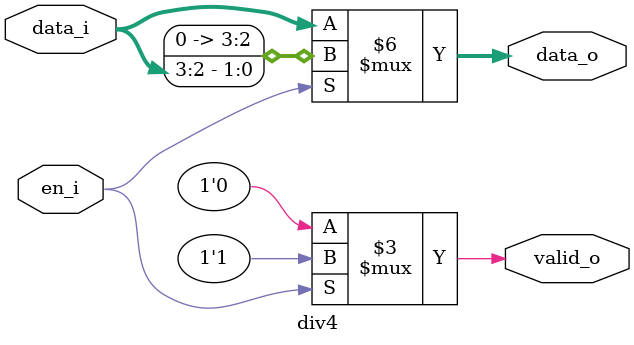
<source format=sv>
module div4 #(
    parameter WIDTH = 4
) (
    input logic [WIDTH-1:0]     data_i,
    input logic                 en_i,
    output logic [WIDTH-1:0]    data_o,
    output logic                valid_o
);

    always_comb begin

        // changes start
        // default values to prevent latch inference
        data_o = data_i;
        valid_o = 1'b0;
        // changes end

        if (en_i) begin
            data_o = WIDTH'(data_i[WIDTH-1:2]);
            valid_o = 1'b1;
        end else begin
            valid_o = 1'b0;
        end
    end
endmodule

</source>
